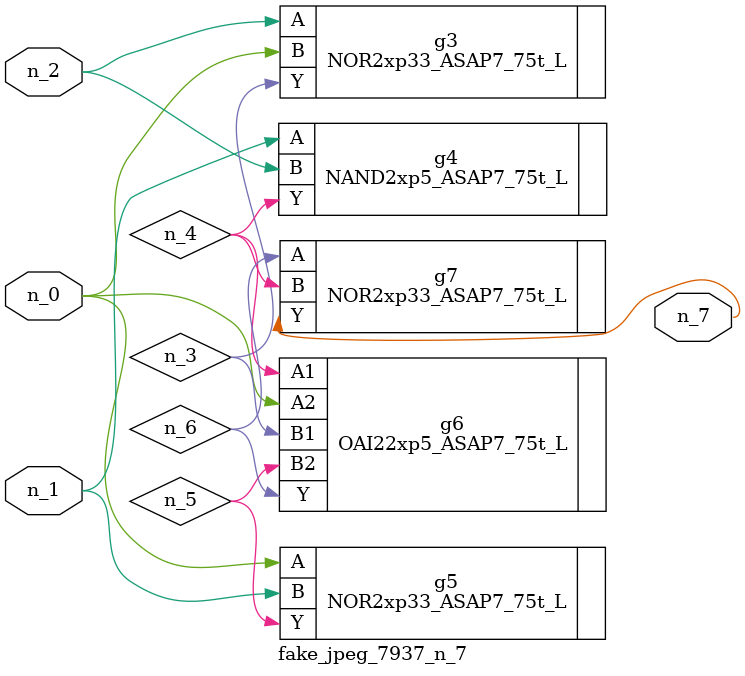
<source format=v>
module fake_jpeg_7937_n_7 (n_0, n_2, n_1, n_7);

input n_0;
input n_2;
input n_1;

output n_7;

wire n_3;
wire n_4;
wire n_6;
wire n_5;

NOR2xp33_ASAP7_75t_L g3 ( 
.A(n_2),
.B(n_0),
.Y(n_3)
);

NAND2xp5_ASAP7_75t_L g4 ( 
.A(n_1),
.B(n_2),
.Y(n_4)
);

NOR2xp33_ASAP7_75t_L g5 ( 
.A(n_0),
.B(n_1),
.Y(n_5)
);

OAI22xp5_ASAP7_75t_L g6 ( 
.A1(n_4),
.A2(n_0),
.B1(n_3),
.B2(n_5),
.Y(n_6)
);

NOR2xp33_ASAP7_75t_L g7 ( 
.A(n_6),
.B(n_4),
.Y(n_7)
);


endmodule
</source>
